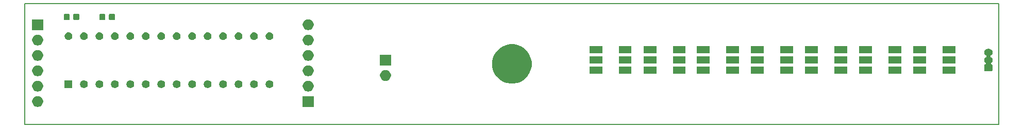
<source format=gbr>
%TF.GenerationSoftware,KiCad,Pcbnew,(5.1.5)-2*%
%TF.CreationDate,2019-12-04T23:20:31-05:00*%
%TF.ProjectId,fan pcb,66616e20-7063-4622-9e6b-696361645f70,rev?*%
%TF.SameCoordinates,Original*%
%TF.FileFunction,Soldermask,Top*%
%TF.FilePolarity,Negative*%
%FSLAX46Y46*%
G04 Gerber Fmt 4.6, Leading zero omitted, Abs format (unit mm)*
G04 Created by KiCad (PCBNEW (5.1.5)-2) date 2019-12-04 23:20:31*
%MOMM*%
%LPD*%
G04 APERTURE LIST*
%ADD10C,0.200000*%
%ADD11C,0.100000*%
G04 APERTURE END LIST*
D10*
X210000000Y-30000000D02*
X210000000Y-50000000D01*
X50000000Y-30000000D02*
X210000000Y-30000000D01*
X50000000Y-50000000D02*
X50000000Y-30000000D01*
X210000000Y-50000000D02*
X50000000Y-50000000D01*
D11*
G36*
X97421000Y-47121000D02*
G01*
X95619000Y-47121000D01*
X95619000Y-45319000D01*
X97421000Y-45319000D01*
X97421000Y-47121000D01*
G37*
G36*
X52183512Y-45323927D02*
G01*
X52332812Y-45353624D01*
X52496784Y-45421544D01*
X52644354Y-45520147D01*
X52769853Y-45645646D01*
X52868456Y-45793216D01*
X52936376Y-45957188D01*
X52971000Y-46131259D01*
X52971000Y-46308741D01*
X52936376Y-46482812D01*
X52868456Y-46646784D01*
X52769853Y-46794354D01*
X52644354Y-46919853D01*
X52496784Y-47018456D01*
X52332812Y-47086376D01*
X52183512Y-47116073D01*
X52158742Y-47121000D01*
X51981258Y-47121000D01*
X51956488Y-47116073D01*
X51807188Y-47086376D01*
X51643216Y-47018456D01*
X51495646Y-46919853D01*
X51370147Y-46794354D01*
X51271544Y-46646784D01*
X51203624Y-46482812D01*
X51169000Y-46308741D01*
X51169000Y-46131259D01*
X51203624Y-45957188D01*
X51271544Y-45793216D01*
X51370147Y-45645646D01*
X51495646Y-45520147D01*
X51643216Y-45421544D01*
X51807188Y-45353624D01*
X51956488Y-45323927D01*
X51981258Y-45319000D01*
X52158742Y-45319000D01*
X52183512Y-45323927D01*
G37*
G36*
X52165066Y-42780258D02*
G01*
X52332812Y-42813624D01*
X52496784Y-42881544D01*
X52644354Y-42980147D01*
X52769853Y-43105646D01*
X52868456Y-43253216D01*
X52936376Y-43417188D01*
X52971000Y-43591259D01*
X52971000Y-43768741D01*
X52936376Y-43942812D01*
X52868456Y-44106784D01*
X52769853Y-44254354D01*
X52644354Y-44379853D01*
X52496784Y-44478456D01*
X52332812Y-44546376D01*
X52183512Y-44576073D01*
X52158742Y-44581000D01*
X51981258Y-44581000D01*
X51956488Y-44576073D01*
X51807188Y-44546376D01*
X51643216Y-44478456D01*
X51495646Y-44379853D01*
X51370147Y-44254354D01*
X51271544Y-44106784D01*
X51203624Y-43942812D01*
X51169000Y-43768741D01*
X51169000Y-43591259D01*
X51203624Y-43417188D01*
X51271544Y-43253216D01*
X51370147Y-43105646D01*
X51495646Y-42980147D01*
X51643216Y-42881544D01*
X51807188Y-42813624D01*
X51974934Y-42780258D01*
X51981258Y-42779000D01*
X52158742Y-42779000D01*
X52165066Y-42780258D01*
G37*
G36*
X96615066Y-42780258D02*
G01*
X96782812Y-42813624D01*
X96946784Y-42881544D01*
X97094354Y-42980147D01*
X97219853Y-43105646D01*
X97318456Y-43253216D01*
X97386376Y-43417188D01*
X97421000Y-43591259D01*
X97421000Y-43768741D01*
X97386376Y-43942812D01*
X97318456Y-44106784D01*
X97219853Y-44254354D01*
X97094354Y-44379853D01*
X96946784Y-44478456D01*
X96782812Y-44546376D01*
X96633512Y-44576073D01*
X96608742Y-44581000D01*
X96431258Y-44581000D01*
X96406488Y-44576073D01*
X96257188Y-44546376D01*
X96093216Y-44478456D01*
X95945646Y-44379853D01*
X95820147Y-44254354D01*
X95721544Y-44106784D01*
X95653624Y-43942812D01*
X95619000Y-43768741D01*
X95619000Y-43591259D01*
X95653624Y-43417188D01*
X95721544Y-43253216D01*
X95820147Y-43105646D01*
X95945646Y-42980147D01*
X96093216Y-42881544D01*
X96257188Y-42813624D01*
X96424934Y-42780258D01*
X96431258Y-42779000D01*
X96608742Y-42779000D01*
X96615066Y-42780258D01*
G37*
G36*
X85273910Y-42732729D02*
G01*
X85388655Y-42780258D01*
X85491918Y-42849256D01*
X85579744Y-42937082D01*
X85648742Y-43040345D01*
X85696271Y-43155090D01*
X85720500Y-43276900D01*
X85720500Y-43401100D01*
X85696271Y-43522910D01*
X85648742Y-43637655D01*
X85579744Y-43740918D01*
X85491918Y-43828744D01*
X85388655Y-43897742D01*
X85273910Y-43945271D01*
X85152100Y-43969500D01*
X85027900Y-43969500D01*
X84906090Y-43945271D01*
X84791345Y-43897742D01*
X84688082Y-43828744D01*
X84600256Y-43740918D01*
X84531258Y-43637655D01*
X84483729Y-43522910D01*
X84459500Y-43401100D01*
X84459500Y-43276900D01*
X84483729Y-43155090D01*
X84531258Y-43040345D01*
X84600256Y-42937082D01*
X84688082Y-42849256D01*
X84791345Y-42780258D01*
X84906090Y-42732729D01*
X85027900Y-42708500D01*
X85152100Y-42708500D01*
X85273910Y-42732729D01*
G37*
G36*
X80193910Y-42732729D02*
G01*
X80308655Y-42780258D01*
X80411918Y-42849256D01*
X80499744Y-42937082D01*
X80568742Y-43040345D01*
X80616271Y-43155090D01*
X80640500Y-43276900D01*
X80640500Y-43401100D01*
X80616271Y-43522910D01*
X80568742Y-43637655D01*
X80499744Y-43740918D01*
X80411918Y-43828744D01*
X80308655Y-43897742D01*
X80193910Y-43945271D01*
X80072100Y-43969500D01*
X79947900Y-43969500D01*
X79826090Y-43945271D01*
X79711345Y-43897742D01*
X79608082Y-43828744D01*
X79520256Y-43740918D01*
X79451258Y-43637655D01*
X79403729Y-43522910D01*
X79379500Y-43401100D01*
X79379500Y-43276900D01*
X79403729Y-43155090D01*
X79451258Y-43040345D01*
X79520256Y-42937082D01*
X79608082Y-42849256D01*
X79711345Y-42780258D01*
X79826090Y-42732729D01*
X79947900Y-42708500D01*
X80072100Y-42708500D01*
X80193910Y-42732729D01*
G37*
G36*
X82733910Y-42732729D02*
G01*
X82848655Y-42780258D01*
X82951918Y-42849256D01*
X83039744Y-42937082D01*
X83108742Y-43040345D01*
X83156271Y-43155090D01*
X83180500Y-43276900D01*
X83180500Y-43401100D01*
X83156271Y-43522910D01*
X83108742Y-43637655D01*
X83039744Y-43740918D01*
X82951918Y-43828744D01*
X82848655Y-43897742D01*
X82733910Y-43945271D01*
X82612100Y-43969500D01*
X82487900Y-43969500D01*
X82366090Y-43945271D01*
X82251345Y-43897742D01*
X82148082Y-43828744D01*
X82060256Y-43740918D01*
X81991258Y-43637655D01*
X81943729Y-43522910D01*
X81919500Y-43401100D01*
X81919500Y-43276900D01*
X81943729Y-43155090D01*
X81991258Y-43040345D01*
X82060256Y-42937082D01*
X82148082Y-42849256D01*
X82251345Y-42780258D01*
X82366090Y-42732729D01*
X82487900Y-42708500D01*
X82612100Y-42708500D01*
X82733910Y-42732729D01*
G37*
G36*
X87813910Y-42732729D02*
G01*
X87928655Y-42780258D01*
X88031918Y-42849256D01*
X88119744Y-42937082D01*
X88188742Y-43040345D01*
X88236271Y-43155090D01*
X88260500Y-43276900D01*
X88260500Y-43401100D01*
X88236271Y-43522910D01*
X88188742Y-43637655D01*
X88119744Y-43740918D01*
X88031918Y-43828744D01*
X87928655Y-43897742D01*
X87813910Y-43945271D01*
X87692100Y-43969500D01*
X87567900Y-43969500D01*
X87446090Y-43945271D01*
X87331345Y-43897742D01*
X87228082Y-43828744D01*
X87140256Y-43740918D01*
X87071258Y-43637655D01*
X87023729Y-43522910D01*
X86999500Y-43401100D01*
X86999500Y-43276900D01*
X87023729Y-43155090D01*
X87071258Y-43040345D01*
X87140256Y-42937082D01*
X87228082Y-42849256D01*
X87331345Y-42780258D01*
X87446090Y-42732729D01*
X87567900Y-42708500D01*
X87692100Y-42708500D01*
X87813910Y-42732729D01*
G37*
G36*
X90353910Y-42732729D02*
G01*
X90468655Y-42780258D01*
X90571918Y-42849256D01*
X90659744Y-42937082D01*
X90728742Y-43040345D01*
X90776271Y-43155090D01*
X90800500Y-43276900D01*
X90800500Y-43401100D01*
X90776271Y-43522910D01*
X90728742Y-43637655D01*
X90659744Y-43740918D01*
X90571918Y-43828744D01*
X90468655Y-43897742D01*
X90353910Y-43945271D01*
X90232100Y-43969500D01*
X90107900Y-43969500D01*
X89986090Y-43945271D01*
X89871345Y-43897742D01*
X89768082Y-43828744D01*
X89680256Y-43740918D01*
X89611258Y-43637655D01*
X89563729Y-43522910D01*
X89539500Y-43401100D01*
X89539500Y-43276900D01*
X89563729Y-43155090D01*
X89611258Y-43040345D01*
X89680256Y-42937082D01*
X89768082Y-42849256D01*
X89871345Y-42780258D01*
X89986090Y-42732729D01*
X90107900Y-42708500D01*
X90232100Y-42708500D01*
X90353910Y-42732729D01*
G37*
G36*
X72573910Y-42732729D02*
G01*
X72688655Y-42780258D01*
X72791918Y-42849256D01*
X72879744Y-42937082D01*
X72948742Y-43040345D01*
X72996271Y-43155090D01*
X73020500Y-43276900D01*
X73020500Y-43401100D01*
X72996271Y-43522910D01*
X72948742Y-43637655D01*
X72879744Y-43740918D01*
X72791918Y-43828744D01*
X72688655Y-43897742D01*
X72573910Y-43945271D01*
X72452100Y-43969500D01*
X72327900Y-43969500D01*
X72206090Y-43945271D01*
X72091345Y-43897742D01*
X71988082Y-43828744D01*
X71900256Y-43740918D01*
X71831258Y-43637655D01*
X71783729Y-43522910D01*
X71759500Y-43401100D01*
X71759500Y-43276900D01*
X71783729Y-43155090D01*
X71831258Y-43040345D01*
X71900256Y-42937082D01*
X71988082Y-42849256D01*
X72091345Y-42780258D01*
X72206090Y-42732729D01*
X72327900Y-42708500D01*
X72452100Y-42708500D01*
X72573910Y-42732729D01*
G37*
G36*
X70033910Y-42732729D02*
G01*
X70148655Y-42780258D01*
X70251918Y-42849256D01*
X70339744Y-42937082D01*
X70408742Y-43040345D01*
X70456271Y-43155090D01*
X70480500Y-43276900D01*
X70480500Y-43401100D01*
X70456271Y-43522910D01*
X70408742Y-43637655D01*
X70339744Y-43740918D01*
X70251918Y-43828744D01*
X70148655Y-43897742D01*
X70033910Y-43945271D01*
X69912100Y-43969500D01*
X69787900Y-43969500D01*
X69666090Y-43945271D01*
X69551345Y-43897742D01*
X69448082Y-43828744D01*
X69360256Y-43740918D01*
X69291258Y-43637655D01*
X69243729Y-43522910D01*
X69219500Y-43401100D01*
X69219500Y-43276900D01*
X69243729Y-43155090D01*
X69291258Y-43040345D01*
X69360256Y-42937082D01*
X69448082Y-42849256D01*
X69551345Y-42780258D01*
X69666090Y-42732729D01*
X69787900Y-42708500D01*
X69912100Y-42708500D01*
X70033910Y-42732729D01*
G37*
G36*
X77653910Y-42732729D02*
G01*
X77768655Y-42780258D01*
X77871918Y-42849256D01*
X77959744Y-42937082D01*
X78028742Y-43040345D01*
X78076271Y-43155090D01*
X78100500Y-43276900D01*
X78100500Y-43401100D01*
X78076271Y-43522910D01*
X78028742Y-43637655D01*
X77959744Y-43740918D01*
X77871918Y-43828744D01*
X77768655Y-43897742D01*
X77653910Y-43945271D01*
X77532100Y-43969500D01*
X77407900Y-43969500D01*
X77286090Y-43945271D01*
X77171345Y-43897742D01*
X77068082Y-43828744D01*
X76980256Y-43740918D01*
X76911258Y-43637655D01*
X76863729Y-43522910D01*
X76839500Y-43401100D01*
X76839500Y-43276900D01*
X76863729Y-43155090D01*
X76911258Y-43040345D01*
X76980256Y-42937082D01*
X77068082Y-42849256D01*
X77171345Y-42780258D01*
X77286090Y-42732729D01*
X77407900Y-42708500D01*
X77532100Y-42708500D01*
X77653910Y-42732729D01*
G37*
G36*
X62413910Y-42732729D02*
G01*
X62528655Y-42780258D01*
X62631918Y-42849256D01*
X62719744Y-42937082D01*
X62788742Y-43040345D01*
X62836271Y-43155090D01*
X62860500Y-43276900D01*
X62860500Y-43401100D01*
X62836271Y-43522910D01*
X62788742Y-43637655D01*
X62719744Y-43740918D01*
X62631918Y-43828744D01*
X62528655Y-43897742D01*
X62413910Y-43945271D01*
X62292100Y-43969500D01*
X62167900Y-43969500D01*
X62046090Y-43945271D01*
X61931345Y-43897742D01*
X61828082Y-43828744D01*
X61740256Y-43740918D01*
X61671258Y-43637655D01*
X61623729Y-43522910D01*
X61599500Y-43401100D01*
X61599500Y-43276900D01*
X61623729Y-43155090D01*
X61671258Y-43040345D01*
X61740256Y-42937082D01*
X61828082Y-42849256D01*
X61931345Y-42780258D01*
X62046090Y-42732729D01*
X62167900Y-42708500D01*
X62292100Y-42708500D01*
X62413910Y-42732729D01*
G37*
G36*
X59873910Y-42732729D02*
G01*
X59988655Y-42780258D01*
X60091918Y-42849256D01*
X60179744Y-42937082D01*
X60248742Y-43040345D01*
X60296271Y-43155090D01*
X60320500Y-43276900D01*
X60320500Y-43401100D01*
X60296271Y-43522910D01*
X60248742Y-43637655D01*
X60179744Y-43740918D01*
X60091918Y-43828744D01*
X59988655Y-43897742D01*
X59873910Y-43945271D01*
X59752100Y-43969500D01*
X59627900Y-43969500D01*
X59506090Y-43945271D01*
X59391345Y-43897742D01*
X59288082Y-43828744D01*
X59200256Y-43740918D01*
X59131258Y-43637655D01*
X59083729Y-43522910D01*
X59059500Y-43401100D01*
X59059500Y-43276900D01*
X59083729Y-43155090D01*
X59131258Y-43040345D01*
X59200256Y-42937082D01*
X59288082Y-42849256D01*
X59391345Y-42780258D01*
X59506090Y-42732729D01*
X59627900Y-42708500D01*
X59752100Y-42708500D01*
X59873910Y-42732729D01*
G37*
G36*
X64953910Y-42732729D02*
G01*
X65068655Y-42780258D01*
X65171918Y-42849256D01*
X65259744Y-42937082D01*
X65328742Y-43040345D01*
X65376271Y-43155090D01*
X65400500Y-43276900D01*
X65400500Y-43401100D01*
X65376271Y-43522910D01*
X65328742Y-43637655D01*
X65259744Y-43740918D01*
X65171918Y-43828744D01*
X65068655Y-43897742D01*
X64953910Y-43945271D01*
X64832100Y-43969500D01*
X64707900Y-43969500D01*
X64586090Y-43945271D01*
X64471345Y-43897742D01*
X64368082Y-43828744D01*
X64280256Y-43740918D01*
X64211258Y-43637655D01*
X64163729Y-43522910D01*
X64139500Y-43401100D01*
X64139500Y-43276900D01*
X64163729Y-43155090D01*
X64211258Y-43040345D01*
X64280256Y-42937082D01*
X64368082Y-42849256D01*
X64471345Y-42780258D01*
X64586090Y-42732729D01*
X64707900Y-42708500D01*
X64832100Y-42708500D01*
X64953910Y-42732729D01*
G37*
G36*
X57780500Y-43969500D02*
G01*
X56519500Y-43969500D01*
X56519500Y-42708500D01*
X57780500Y-42708500D01*
X57780500Y-43969500D01*
G37*
G36*
X75113910Y-42732729D02*
G01*
X75228655Y-42780258D01*
X75331918Y-42849256D01*
X75419744Y-42937082D01*
X75488742Y-43040345D01*
X75536271Y-43155090D01*
X75560500Y-43276900D01*
X75560500Y-43401100D01*
X75536271Y-43522910D01*
X75488742Y-43637655D01*
X75419744Y-43740918D01*
X75331918Y-43828744D01*
X75228655Y-43897742D01*
X75113910Y-43945271D01*
X74992100Y-43969500D01*
X74867900Y-43969500D01*
X74746090Y-43945271D01*
X74631345Y-43897742D01*
X74528082Y-43828744D01*
X74440256Y-43740918D01*
X74371258Y-43637655D01*
X74323729Y-43522910D01*
X74299500Y-43401100D01*
X74299500Y-43276900D01*
X74323729Y-43155090D01*
X74371258Y-43040345D01*
X74440256Y-42937082D01*
X74528082Y-42849256D01*
X74631345Y-42780258D01*
X74746090Y-42732729D01*
X74867900Y-42708500D01*
X74992100Y-42708500D01*
X75113910Y-42732729D01*
G37*
G36*
X67493910Y-42732729D02*
G01*
X67608655Y-42780258D01*
X67711918Y-42849256D01*
X67799744Y-42937082D01*
X67868742Y-43040345D01*
X67916271Y-43155090D01*
X67940500Y-43276900D01*
X67940500Y-43401100D01*
X67916271Y-43522910D01*
X67868742Y-43637655D01*
X67799744Y-43740918D01*
X67711918Y-43828744D01*
X67608655Y-43897742D01*
X67493910Y-43945271D01*
X67372100Y-43969500D01*
X67247900Y-43969500D01*
X67126090Y-43945271D01*
X67011345Y-43897742D01*
X66908082Y-43828744D01*
X66820256Y-43740918D01*
X66751258Y-43637655D01*
X66703729Y-43522910D01*
X66679500Y-43401100D01*
X66679500Y-43276900D01*
X66703729Y-43155090D01*
X66751258Y-43040345D01*
X66820256Y-42937082D01*
X66908082Y-42849256D01*
X67011345Y-42780258D01*
X67126090Y-42732729D01*
X67247900Y-42708500D01*
X67372100Y-42708500D01*
X67493910Y-42732729D01*
G37*
G36*
X130634239Y-36811467D02*
G01*
X130948282Y-36873934D01*
X131539926Y-37119001D01*
X132072392Y-37474784D01*
X132525216Y-37927608D01*
X132880999Y-38460074D01*
X133126066Y-39051718D01*
X133251000Y-39679804D01*
X133251000Y-40320196D01*
X133126066Y-40948282D01*
X132880999Y-41539926D01*
X132614709Y-41938456D01*
X132546192Y-42041000D01*
X132525216Y-42072392D01*
X132072392Y-42525216D01*
X131539926Y-42880999D01*
X130948282Y-43126066D01*
X130802368Y-43155090D01*
X130320197Y-43251000D01*
X129679803Y-43251000D01*
X129197632Y-43155090D01*
X129051718Y-43126066D01*
X128460074Y-42880999D01*
X127927608Y-42525216D01*
X127474784Y-42072392D01*
X127453809Y-42041000D01*
X127385291Y-41938456D01*
X127119001Y-41539926D01*
X126873934Y-40948282D01*
X126749000Y-40320196D01*
X126749000Y-39679804D01*
X126873934Y-39051718D01*
X127119001Y-38460074D01*
X127474784Y-37927608D01*
X127927608Y-37474784D01*
X128460074Y-37119001D01*
X129051718Y-36873934D01*
X129365761Y-36811467D01*
X129679803Y-36749000D01*
X130320197Y-36749000D01*
X130634239Y-36811467D01*
G37*
G36*
X109333512Y-41013927D02*
G01*
X109482812Y-41043624D01*
X109646784Y-41111544D01*
X109794354Y-41210147D01*
X109919853Y-41335646D01*
X110018456Y-41483216D01*
X110086376Y-41647188D01*
X110121000Y-41821259D01*
X110121000Y-41998741D01*
X110086376Y-42172812D01*
X110018456Y-42336784D01*
X109919853Y-42484354D01*
X109794354Y-42609853D01*
X109646784Y-42708456D01*
X109482812Y-42776376D01*
X109333512Y-42806073D01*
X109308742Y-42811000D01*
X109131258Y-42811000D01*
X109106488Y-42806073D01*
X108957188Y-42776376D01*
X108793216Y-42708456D01*
X108645646Y-42609853D01*
X108520147Y-42484354D01*
X108421544Y-42336784D01*
X108353624Y-42172812D01*
X108319000Y-41998741D01*
X108319000Y-41821259D01*
X108353624Y-41647188D01*
X108421544Y-41483216D01*
X108520147Y-41335646D01*
X108645646Y-41210147D01*
X108793216Y-41111544D01*
X108957188Y-41043624D01*
X109106488Y-41013927D01*
X109131258Y-41009000D01*
X109308742Y-41009000D01*
X109333512Y-41013927D01*
G37*
G36*
X96633512Y-40243927D02*
G01*
X96782812Y-40273624D01*
X96946784Y-40341544D01*
X97094354Y-40440147D01*
X97219853Y-40565646D01*
X97318456Y-40713216D01*
X97386376Y-40877188D01*
X97421000Y-41051259D01*
X97421000Y-41228741D01*
X97386376Y-41402812D01*
X97318456Y-41566784D01*
X97219853Y-41714354D01*
X97094354Y-41839853D01*
X96946784Y-41938456D01*
X96782812Y-42006376D01*
X96633512Y-42036073D01*
X96608742Y-42041000D01*
X96431258Y-42041000D01*
X96406488Y-42036073D01*
X96257188Y-42006376D01*
X96093216Y-41938456D01*
X95945646Y-41839853D01*
X95820147Y-41714354D01*
X95721544Y-41566784D01*
X95653624Y-41402812D01*
X95619000Y-41228741D01*
X95619000Y-41051259D01*
X95653624Y-40877188D01*
X95721544Y-40713216D01*
X95820147Y-40565646D01*
X95945646Y-40440147D01*
X96093216Y-40341544D01*
X96257188Y-40273624D01*
X96406488Y-40243927D01*
X96431258Y-40239000D01*
X96608742Y-40239000D01*
X96633512Y-40243927D01*
G37*
G36*
X52183512Y-40243927D02*
G01*
X52332812Y-40273624D01*
X52496784Y-40341544D01*
X52644354Y-40440147D01*
X52769853Y-40565646D01*
X52868456Y-40713216D01*
X52936376Y-40877188D01*
X52971000Y-41051259D01*
X52971000Y-41228741D01*
X52936376Y-41402812D01*
X52868456Y-41566784D01*
X52769853Y-41714354D01*
X52644354Y-41839853D01*
X52496784Y-41938456D01*
X52332812Y-42006376D01*
X52183512Y-42036073D01*
X52158742Y-42041000D01*
X51981258Y-42041000D01*
X51956488Y-42036073D01*
X51807188Y-42006376D01*
X51643216Y-41938456D01*
X51495646Y-41839853D01*
X51370147Y-41714354D01*
X51271544Y-41566784D01*
X51203624Y-41402812D01*
X51169000Y-41228741D01*
X51169000Y-41051259D01*
X51203624Y-40877188D01*
X51271544Y-40713216D01*
X51370147Y-40565646D01*
X51495646Y-40440147D01*
X51643216Y-40341544D01*
X51807188Y-40273624D01*
X51956488Y-40243927D01*
X51981258Y-40239000D01*
X52158742Y-40239000D01*
X52183512Y-40243927D01*
G37*
G36*
X144841000Y-41671000D02*
G01*
X142739000Y-41671000D01*
X142739000Y-40469000D01*
X144841000Y-40469000D01*
X144841000Y-41671000D01*
G37*
G36*
X153731000Y-41671000D02*
G01*
X151629000Y-41671000D01*
X151629000Y-40469000D01*
X153731000Y-40469000D01*
X153731000Y-41671000D01*
G37*
G36*
X198041000Y-41671000D02*
G01*
X195939000Y-41671000D01*
X195939000Y-40469000D01*
X198041000Y-40469000D01*
X198041000Y-41671000D01*
G37*
G36*
X185061000Y-41671000D02*
G01*
X182959000Y-41671000D01*
X182959000Y-40469000D01*
X185061000Y-40469000D01*
X185061000Y-41671000D01*
G37*
G36*
X180261000Y-41671000D02*
G01*
X178159000Y-41671000D01*
X178159000Y-40469000D01*
X180261000Y-40469000D01*
X180261000Y-41671000D01*
G37*
G36*
X176171000Y-41671000D02*
G01*
X174069000Y-41671000D01*
X174069000Y-40469000D01*
X176171000Y-40469000D01*
X176171000Y-41671000D01*
G37*
G36*
X171371000Y-41671000D02*
G01*
X169269000Y-41671000D01*
X169269000Y-40469000D01*
X171371000Y-40469000D01*
X171371000Y-41671000D01*
G37*
G36*
X189151000Y-41671000D02*
G01*
X187049000Y-41671000D01*
X187049000Y-40469000D01*
X189151000Y-40469000D01*
X189151000Y-41671000D01*
G37*
G36*
X167281000Y-41671000D02*
G01*
X165179000Y-41671000D01*
X165179000Y-40469000D01*
X167281000Y-40469000D01*
X167281000Y-41671000D01*
G37*
G36*
X162481000Y-41671000D02*
G01*
X160379000Y-41671000D01*
X160379000Y-40469000D01*
X162481000Y-40469000D01*
X162481000Y-41671000D01*
G37*
G36*
X158531000Y-41671000D02*
G01*
X156429000Y-41671000D01*
X156429000Y-40469000D01*
X158531000Y-40469000D01*
X158531000Y-41671000D01*
G37*
G36*
X202841000Y-41671000D02*
G01*
X200739000Y-41671000D01*
X200739000Y-40469000D01*
X202841000Y-40469000D01*
X202841000Y-41671000D01*
G37*
G36*
X193951000Y-41671000D02*
G01*
X191849000Y-41671000D01*
X191849000Y-40469000D01*
X193951000Y-40469000D01*
X193951000Y-41671000D01*
G37*
G36*
X149641000Y-41671000D02*
G01*
X147539000Y-41671000D01*
X147539000Y-40469000D01*
X149641000Y-40469000D01*
X149641000Y-41671000D01*
G37*
G36*
X208517916Y-37532334D02*
G01*
X208626492Y-37565271D01*
X208626495Y-37565272D01*
X208662601Y-37584571D01*
X208726557Y-37618756D01*
X208814264Y-37690736D01*
X208886244Y-37778443D01*
X208920429Y-37842399D01*
X208939728Y-37878505D01*
X208939729Y-37878508D01*
X208972666Y-37987084D01*
X208983787Y-38100000D01*
X208972666Y-38212916D01*
X208939729Y-38321492D01*
X208939728Y-38321495D01*
X208931339Y-38337189D01*
X208886244Y-38421557D01*
X208814264Y-38509264D01*
X208726557Y-38581244D01*
X208645141Y-38624761D01*
X208624766Y-38638375D01*
X208607439Y-38655702D01*
X208593826Y-38676076D01*
X208584448Y-38698715D01*
X208579668Y-38722748D01*
X208579668Y-38747252D01*
X208584448Y-38771285D01*
X208593826Y-38793924D01*
X208607440Y-38814299D01*
X208624767Y-38831626D01*
X208645141Y-38845239D01*
X208726557Y-38888756D01*
X208814264Y-38960736D01*
X208886244Y-39048443D01*
X208920429Y-39112399D01*
X208939728Y-39148505D01*
X208939729Y-39148508D01*
X208972666Y-39257084D01*
X208983787Y-39370000D01*
X208972666Y-39482916D01*
X208939729Y-39591492D01*
X208939728Y-39591495D01*
X208920429Y-39627601D01*
X208886244Y-39691557D01*
X208814264Y-39779264D01*
X208732608Y-39846278D01*
X208715284Y-39863602D01*
X208701671Y-39883976D01*
X208692293Y-39906615D01*
X208687513Y-39930648D01*
X208687513Y-39955152D01*
X208692294Y-39979186D01*
X208701671Y-40001825D01*
X208715285Y-40022199D01*
X208732612Y-40039526D01*
X208752986Y-40053139D01*
X208775625Y-40062517D01*
X208799661Y-40067297D01*
X208812915Y-40068602D01*
X208851952Y-40080444D01*
X208887921Y-40099670D01*
X208919453Y-40125547D01*
X208945330Y-40157079D01*
X208964556Y-40193048D01*
X208976398Y-40232085D01*
X208981000Y-40278814D01*
X208981000Y-41001186D01*
X208976398Y-41047915D01*
X208964556Y-41086952D01*
X208945330Y-41122921D01*
X208919453Y-41154453D01*
X208887921Y-41180330D01*
X208851952Y-41199556D01*
X208812915Y-41211398D01*
X208766186Y-41216000D01*
X207793814Y-41216000D01*
X207747085Y-41211398D01*
X207708048Y-41199556D01*
X207672079Y-41180330D01*
X207640547Y-41154453D01*
X207614670Y-41122921D01*
X207595444Y-41086952D01*
X207583602Y-41047915D01*
X207579000Y-41001186D01*
X207579000Y-40278814D01*
X207583602Y-40232085D01*
X207595444Y-40193048D01*
X207614670Y-40157079D01*
X207640547Y-40125547D01*
X207672079Y-40099670D01*
X207708048Y-40080444D01*
X207747085Y-40068602D01*
X207760339Y-40067297D01*
X207784372Y-40062517D01*
X207807011Y-40053141D01*
X207827386Y-40039527D01*
X207844714Y-40022201D01*
X207858328Y-40001827D01*
X207867706Y-39979188D01*
X207872487Y-39955155D01*
X207872487Y-39930651D01*
X207867707Y-39906618D01*
X207858331Y-39883979D01*
X207844717Y-39863604D01*
X207827392Y-39846278D01*
X207745736Y-39779264D01*
X207673756Y-39691557D01*
X207639571Y-39627601D01*
X207620272Y-39591495D01*
X207620271Y-39591492D01*
X207587334Y-39482916D01*
X207576213Y-39370000D01*
X207587334Y-39257084D01*
X207620271Y-39148508D01*
X207620272Y-39148505D01*
X207639571Y-39112399D01*
X207673756Y-39048443D01*
X207745736Y-38960736D01*
X207833443Y-38888756D01*
X207914859Y-38845239D01*
X207935234Y-38831625D01*
X207952561Y-38814298D01*
X207966174Y-38793924D01*
X207975552Y-38771285D01*
X207980332Y-38747252D01*
X207980332Y-38722748D01*
X207975552Y-38698715D01*
X207966174Y-38676076D01*
X207952560Y-38655701D01*
X207935233Y-38638374D01*
X207914859Y-38624761D01*
X207833443Y-38581244D01*
X207745736Y-38509264D01*
X207673756Y-38421557D01*
X207628661Y-38337189D01*
X207620272Y-38321495D01*
X207620271Y-38321492D01*
X207587334Y-38212916D01*
X207576213Y-38100000D01*
X207587334Y-37987084D01*
X207620271Y-37878508D01*
X207620272Y-37878505D01*
X207639571Y-37842399D01*
X207673756Y-37778443D01*
X207745736Y-37690736D01*
X207833443Y-37618756D01*
X207897399Y-37584571D01*
X207933505Y-37565272D01*
X207933508Y-37565271D01*
X208042084Y-37532334D01*
X208126702Y-37524000D01*
X208433298Y-37524000D01*
X208517916Y-37532334D01*
G37*
G36*
X110121000Y-40271000D02*
G01*
X108319000Y-40271000D01*
X108319000Y-38469000D01*
X110121000Y-38469000D01*
X110121000Y-40271000D01*
G37*
G36*
X176171000Y-39971000D02*
G01*
X174069000Y-39971000D01*
X174069000Y-38769000D01*
X176171000Y-38769000D01*
X176171000Y-39971000D01*
G37*
G36*
X167281000Y-39971000D02*
G01*
X165179000Y-39971000D01*
X165179000Y-38769000D01*
X167281000Y-38769000D01*
X167281000Y-39971000D01*
G37*
G36*
X180261000Y-39971000D02*
G01*
X178159000Y-39971000D01*
X178159000Y-38769000D01*
X180261000Y-38769000D01*
X180261000Y-39971000D01*
G37*
G36*
X162481000Y-39971000D02*
G01*
X160379000Y-39971000D01*
X160379000Y-38769000D01*
X162481000Y-38769000D01*
X162481000Y-39971000D01*
G37*
G36*
X144841000Y-39971000D02*
G01*
X142739000Y-39971000D01*
X142739000Y-38769000D01*
X144841000Y-38769000D01*
X144841000Y-39971000D01*
G37*
G36*
X149641000Y-39971000D02*
G01*
X147539000Y-39971000D01*
X147539000Y-38769000D01*
X149641000Y-38769000D01*
X149641000Y-39971000D01*
G37*
G36*
X153731000Y-39971000D02*
G01*
X151629000Y-39971000D01*
X151629000Y-38769000D01*
X153731000Y-38769000D01*
X153731000Y-39971000D01*
G37*
G36*
X193951000Y-39971000D02*
G01*
X191849000Y-39971000D01*
X191849000Y-38769000D01*
X193951000Y-38769000D01*
X193951000Y-39971000D01*
G37*
G36*
X198041000Y-39971000D02*
G01*
X195939000Y-39971000D01*
X195939000Y-38769000D01*
X198041000Y-38769000D01*
X198041000Y-39971000D01*
G37*
G36*
X185061000Y-39971000D02*
G01*
X182959000Y-39971000D01*
X182959000Y-38769000D01*
X185061000Y-38769000D01*
X185061000Y-39971000D01*
G37*
G36*
X171371000Y-39971000D02*
G01*
X169269000Y-39971000D01*
X169269000Y-38769000D01*
X171371000Y-38769000D01*
X171371000Y-39971000D01*
G37*
G36*
X202841000Y-39971000D02*
G01*
X200739000Y-39971000D01*
X200739000Y-38769000D01*
X202841000Y-38769000D01*
X202841000Y-39971000D01*
G37*
G36*
X189151000Y-39971000D02*
G01*
X187049000Y-39971000D01*
X187049000Y-38769000D01*
X189151000Y-38769000D01*
X189151000Y-39971000D01*
G37*
G36*
X158531000Y-39971000D02*
G01*
X156429000Y-39971000D01*
X156429000Y-38769000D01*
X158531000Y-38769000D01*
X158531000Y-39971000D01*
G37*
G36*
X52183512Y-37703927D02*
G01*
X52332812Y-37733624D01*
X52496784Y-37801544D01*
X52644354Y-37900147D01*
X52769853Y-38025646D01*
X52868456Y-38173216D01*
X52936376Y-38337188D01*
X52971000Y-38511259D01*
X52971000Y-38688741D01*
X52936376Y-38862812D01*
X52868456Y-39026784D01*
X52769853Y-39174354D01*
X52644354Y-39299853D01*
X52496784Y-39398456D01*
X52332812Y-39466376D01*
X52183512Y-39496073D01*
X52158742Y-39501000D01*
X51981258Y-39501000D01*
X51956488Y-39496073D01*
X51807188Y-39466376D01*
X51643216Y-39398456D01*
X51495646Y-39299853D01*
X51370147Y-39174354D01*
X51271544Y-39026784D01*
X51203624Y-38862812D01*
X51169000Y-38688741D01*
X51169000Y-38511259D01*
X51203624Y-38337188D01*
X51271544Y-38173216D01*
X51370147Y-38025646D01*
X51495646Y-37900147D01*
X51643216Y-37801544D01*
X51807188Y-37733624D01*
X51956488Y-37703927D01*
X51981258Y-37699000D01*
X52158742Y-37699000D01*
X52183512Y-37703927D01*
G37*
G36*
X96633512Y-37703927D02*
G01*
X96782812Y-37733624D01*
X96946784Y-37801544D01*
X97094354Y-37900147D01*
X97219853Y-38025646D01*
X97318456Y-38173216D01*
X97386376Y-38337188D01*
X97421000Y-38511259D01*
X97421000Y-38688741D01*
X97386376Y-38862812D01*
X97318456Y-39026784D01*
X97219853Y-39174354D01*
X97094354Y-39299853D01*
X96946784Y-39398456D01*
X96782812Y-39466376D01*
X96633512Y-39496073D01*
X96608742Y-39501000D01*
X96431258Y-39501000D01*
X96406488Y-39496073D01*
X96257188Y-39466376D01*
X96093216Y-39398456D01*
X95945646Y-39299853D01*
X95820147Y-39174354D01*
X95721544Y-39026784D01*
X95653624Y-38862812D01*
X95619000Y-38688741D01*
X95619000Y-38511259D01*
X95653624Y-38337188D01*
X95721544Y-38173216D01*
X95820147Y-38025646D01*
X95945646Y-37900147D01*
X96093216Y-37801544D01*
X96257188Y-37733624D01*
X96406488Y-37703927D01*
X96431258Y-37699000D01*
X96608742Y-37699000D01*
X96633512Y-37703927D01*
G37*
G36*
X185061000Y-38271000D02*
G01*
X182959000Y-38271000D01*
X182959000Y-37069000D01*
X185061000Y-37069000D01*
X185061000Y-38271000D01*
G37*
G36*
X180261000Y-38271000D02*
G01*
X178159000Y-38271000D01*
X178159000Y-37069000D01*
X180261000Y-37069000D01*
X180261000Y-38271000D01*
G37*
G36*
X176171000Y-38271000D02*
G01*
X174069000Y-38271000D01*
X174069000Y-37069000D01*
X176171000Y-37069000D01*
X176171000Y-38271000D01*
G37*
G36*
X189151000Y-38271000D02*
G01*
X187049000Y-38271000D01*
X187049000Y-37069000D01*
X189151000Y-37069000D01*
X189151000Y-38271000D01*
G37*
G36*
X171371000Y-38271000D02*
G01*
X169269000Y-38271000D01*
X169269000Y-37069000D01*
X171371000Y-37069000D01*
X171371000Y-38271000D01*
G37*
G36*
X167281000Y-38271000D02*
G01*
X165179000Y-38271000D01*
X165179000Y-37069000D01*
X167281000Y-37069000D01*
X167281000Y-38271000D01*
G37*
G36*
X162481000Y-38271000D02*
G01*
X160379000Y-38271000D01*
X160379000Y-37069000D01*
X162481000Y-37069000D01*
X162481000Y-38271000D01*
G37*
G36*
X153731000Y-38271000D02*
G01*
X151629000Y-38271000D01*
X151629000Y-37069000D01*
X153731000Y-37069000D01*
X153731000Y-38271000D01*
G37*
G36*
X149641000Y-38271000D02*
G01*
X147539000Y-38271000D01*
X147539000Y-37069000D01*
X149641000Y-37069000D01*
X149641000Y-38271000D01*
G37*
G36*
X198041000Y-38271000D02*
G01*
X195939000Y-38271000D01*
X195939000Y-37069000D01*
X198041000Y-37069000D01*
X198041000Y-38271000D01*
G37*
G36*
X202841000Y-38271000D02*
G01*
X200739000Y-38271000D01*
X200739000Y-37069000D01*
X202841000Y-37069000D01*
X202841000Y-38271000D01*
G37*
G36*
X144841000Y-38271000D02*
G01*
X142739000Y-38271000D01*
X142739000Y-37069000D01*
X144841000Y-37069000D01*
X144841000Y-38271000D01*
G37*
G36*
X193951000Y-38271000D02*
G01*
X191849000Y-38271000D01*
X191849000Y-37069000D01*
X193951000Y-37069000D01*
X193951000Y-38271000D01*
G37*
G36*
X158531000Y-38271000D02*
G01*
X156429000Y-38271000D01*
X156429000Y-37069000D01*
X158531000Y-37069000D01*
X158531000Y-38271000D01*
G37*
G36*
X96633512Y-35163927D02*
G01*
X96782812Y-35193624D01*
X96946784Y-35261544D01*
X97094354Y-35360147D01*
X97219853Y-35485646D01*
X97318456Y-35633216D01*
X97386376Y-35797188D01*
X97421000Y-35971259D01*
X97421000Y-36148741D01*
X97386376Y-36322812D01*
X97318456Y-36486784D01*
X97219853Y-36634354D01*
X97094354Y-36759853D01*
X96946784Y-36858456D01*
X96782812Y-36926376D01*
X96633512Y-36956073D01*
X96608742Y-36961000D01*
X96431258Y-36961000D01*
X96406488Y-36956073D01*
X96257188Y-36926376D01*
X96093216Y-36858456D01*
X95945646Y-36759853D01*
X95820147Y-36634354D01*
X95721544Y-36486784D01*
X95653624Y-36322812D01*
X95619000Y-36148741D01*
X95619000Y-35971259D01*
X95653624Y-35797188D01*
X95721544Y-35633216D01*
X95820147Y-35485646D01*
X95945646Y-35360147D01*
X96093216Y-35261544D01*
X96257188Y-35193624D01*
X96406488Y-35163927D01*
X96431258Y-35159000D01*
X96608742Y-35159000D01*
X96633512Y-35163927D01*
G37*
G36*
X52183512Y-35163927D02*
G01*
X52332812Y-35193624D01*
X52496784Y-35261544D01*
X52644354Y-35360147D01*
X52769853Y-35485646D01*
X52868456Y-35633216D01*
X52936376Y-35797188D01*
X52971000Y-35971259D01*
X52971000Y-36148741D01*
X52936376Y-36322812D01*
X52868456Y-36486784D01*
X52769853Y-36634354D01*
X52644354Y-36759853D01*
X52496784Y-36858456D01*
X52332812Y-36926376D01*
X52183512Y-36956073D01*
X52158742Y-36961000D01*
X51981258Y-36961000D01*
X51956488Y-36956073D01*
X51807188Y-36926376D01*
X51643216Y-36858456D01*
X51495646Y-36759853D01*
X51370147Y-36634354D01*
X51271544Y-36486784D01*
X51203624Y-36322812D01*
X51169000Y-36148741D01*
X51169000Y-35971259D01*
X51203624Y-35797188D01*
X51271544Y-35633216D01*
X51370147Y-35485646D01*
X51495646Y-35360147D01*
X51643216Y-35261544D01*
X51807188Y-35193624D01*
X51956488Y-35163927D01*
X51981258Y-35159000D01*
X52158742Y-35159000D01*
X52183512Y-35163927D01*
G37*
G36*
X80193910Y-34794729D02*
G01*
X80308655Y-34842258D01*
X80411918Y-34911256D01*
X80499744Y-34999082D01*
X80568742Y-35102345D01*
X80616271Y-35217090D01*
X80640500Y-35338900D01*
X80640500Y-35463100D01*
X80616271Y-35584910D01*
X80568742Y-35699655D01*
X80499744Y-35802918D01*
X80411918Y-35890744D01*
X80308655Y-35959742D01*
X80193910Y-36007271D01*
X80072100Y-36031500D01*
X79947900Y-36031500D01*
X79826090Y-36007271D01*
X79711345Y-35959742D01*
X79608082Y-35890744D01*
X79520256Y-35802918D01*
X79451258Y-35699655D01*
X79403729Y-35584910D01*
X79379500Y-35463100D01*
X79379500Y-35338900D01*
X79403729Y-35217090D01*
X79451258Y-35102345D01*
X79520256Y-34999082D01*
X79608082Y-34911256D01*
X79711345Y-34842258D01*
X79826090Y-34794729D01*
X79947900Y-34770500D01*
X80072100Y-34770500D01*
X80193910Y-34794729D01*
G37*
G36*
X57333910Y-34794729D02*
G01*
X57448655Y-34842258D01*
X57551918Y-34911256D01*
X57639744Y-34999082D01*
X57708742Y-35102345D01*
X57756271Y-35217090D01*
X57780500Y-35338900D01*
X57780500Y-35463100D01*
X57756271Y-35584910D01*
X57708742Y-35699655D01*
X57639744Y-35802918D01*
X57551918Y-35890744D01*
X57448655Y-35959742D01*
X57333910Y-36007271D01*
X57212100Y-36031500D01*
X57087900Y-36031500D01*
X56966090Y-36007271D01*
X56851345Y-35959742D01*
X56748082Y-35890744D01*
X56660256Y-35802918D01*
X56591258Y-35699655D01*
X56543729Y-35584910D01*
X56519500Y-35463100D01*
X56519500Y-35338900D01*
X56543729Y-35217090D01*
X56591258Y-35102345D01*
X56660256Y-34999082D01*
X56748082Y-34911256D01*
X56851345Y-34842258D01*
X56966090Y-34794729D01*
X57087900Y-34770500D01*
X57212100Y-34770500D01*
X57333910Y-34794729D01*
G37*
G36*
X62413910Y-34794729D02*
G01*
X62528655Y-34842258D01*
X62631918Y-34911256D01*
X62719744Y-34999082D01*
X62788742Y-35102345D01*
X62836271Y-35217090D01*
X62860500Y-35338900D01*
X62860500Y-35463100D01*
X62836271Y-35584910D01*
X62788742Y-35699655D01*
X62719744Y-35802918D01*
X62631918Y-35890744D01*
X62528655Y-35959742D01*
X62413910Y-36007271D01*
X62292100Y-36031500D01*
X62167900Y-36031500D01*
X62046090Y-36007271D01*
X61931345Y-35959742D01*
X61828082Y-35890744D01*
X61740256Y-35802918D01*
X61671258Y-35699655D01*
X61623729Y-35584910D01*
X61599500Y-35463100D01*
X61599500Y-35338900D01*
X61623729Y-35217090D01*
X61671258Y-35102345D01*
X61740256Y-34999082D01*
X61828082Y-34911256D01*
X61931345Y-34842258D01*
X62046090Y-34794729D01*
X62167900Y-34770500D01*
X62292100Y-34770500D01*
X62413910Y-34794729D01*
G37*
G36*
X64953910Y-34794729D02*
G01*
X65068655Y-34842258D01*
X65171918Y-34911256D01*
X65259744Y-34999082D01*
X65328742Y-35102345D01*
X65376271Y-35217090D01*
X65400500Y-35338900D01*
X65400500Y-35463100D01*
X65376271Y-35584910D01*
X65328742Y-35699655D01*
X65259744Y-35802918D01*
X65171918Y-35890744D01*
X65068655Y-35959742D01*
X64953910Y-36007271D01*
X64832100Y-36031500D01*
X64707900Y-36031500D01*
X64586090Y-36007271D01*
X64471345Y-35959742D01*
X64368082Y-35890744D01*
X64280256Y-35802918D01*
X64211258Y-35699655D01*
X64163729Y-35584910D01*
X64139500Y-35463100D01*
X64139500Y-35338900D01*
X64163729Y-35217090D01*
X64211258Y-35102345D01*
X64280256Y-34999082D01*
X64368082Y-34911256D01*
X64471345Y-34842258D01*
X64586090Y-34794729D01*
X64707900Y-34770500D01*
X64832100Y-34770500D01*
X64953910Y-34794729D01*
G37*
G36*
X67493910Y-34794729D02*
G01*
X67608655Y-34842258D01*
X67711918Y-34911256D01*
X67799744Y-34999082D01*
X67868742Y-35102345D01*
X67916271Y-35217090D01*
X67940500Y-35338900D01*
X67940500Y-35463100D01*
X67916271Y-35584910D01*
X67868742Y-35699655D01*
X67799744Y-35802918D01*
X67711918Y-35890744D01*
X67608655Y-35959742D01*
X67493910Y-36007271D01*
X67372100Y-36031500D01*
X67247900Y-36031500D01*
X67126090Y-36007271D01*
X67011345Y-35959742D01*
X66908082Y-35890744D01*
X66820256Y-35802918D01*
X66751258Y-35699655D01*
X66703729Y-35584910D01*
X66679500Y-35463100D01*
X66679500Y-35338900D01*
X66703729Y-35217090D01*
X66751258Y-35102345D01*
X66820256Y-34999082D01*
X66908082Y-34911256D01*
X67011345Y-34842258D01*
X67126090Y-34794729D01*
X67247900Y-34770500D01*
X67372100Y-34770500D01*
X67493910Y-34794729D01*
G37*
G36*
X70033910Y-34794729D02*
G01*
X70148655Y-34842258D01*
X70251918Y-34911256D01*
X70339744Y-34999082D01*
X70408742Y-35102345D01*
X70456271Y-35217090D01*
X70480500Y-35338900D01*
X70480500Y-35463100D01*
X70456271Y-35584910D01*
X70408742Y-35699655D01*
X70339744Y-35802918D01*
X70251918Y-35890744D01*
X70148655Y-35959742D01*
X70033910Y-36007271D01*
X69912100Y-36031500D01*
X69787900Y-36031500D01*
X69666090Y-36007271D01*
X69551345Y-35959742D01*
X69448082Y-35890744D01*
X69360256Y-35802918D01*
X69291258Y-35699655D01*
X69243729Y-35584910D01*
X69219500Y-35463100D01*
X69219500Y-35338900D01*
X69243729Y-35217090D01*
X69291258Y-35102345D01*
X69360256Y-34999082D01*
X69448082Y-34911256D01*
X69551345Y-34842258D01*
X69666090Y-34794729D01*
X69787900Y-34770500D01*
X69912100Y-34770500D01*
X70033910Y-34794729D01*
G37*
G36*
X72573910Y-34794729D02*
G01*
X72688655Y-34842258D01*
X72791918Y-34911256D01*
X72879744Y-34999082D01*
X72948742Y-35102345D01*
X72996271Y-35217090D01*
X73020500Y-35338900D01*
X73020500Y-35463100D01*
X72996271Y-35584910D01*
X72948742Y-35699655D01*
X72879744Y-35802918D01*
X72791918Y-35890744D01*
X72688655Y-35959742D01*
X72573910Y-36007271D01*
X72452100Y-36031500D01*
X72327900Y-36031500D01*
X72206090Y-36007271D01*
X72091345Y-35959742D01*
X71988082Y-35890744D01*
X71900256Y-35802918D01*
X71831258Y-35699655D01*
X71783729Y-35584910D01*
X71759500Y-35463100D01*
X71759500Y-35338900D01*
X71783729Y-35217090D01*
X71831258Y-35102345D01*
X71900256Y-34999082D01*
X71988082Y-34911256D01*
X72091345Y-34842258D01*
X72206090Y-34794729D01*
X72327900Y-34770500D01*
X72452100Y-34770500D01*
X72573910Y-34794729D01*
G37*
G36*
X75113910Y-34794729D02*
G01*
X75228655Y-34842258D01*
X75331918Y-34911256D01*
X75419744Y-34999082D01*
X75488742Y-35102345D01*
X75536271Y-35217090D01*
X75560500Y-35338900D01*
X75560500Y-35463100D01*
X75536271Y-35584910D01*
X75488742Y-35699655D01*
X75419744Y-35802918D01*
X75331918Y-35890744D01*
X75228655Y-35959742D01*
X75113910Y-36007271D01*
X74992100Y-36031500D01*
X74867900Y-36031500D01*
X74746090Y-36007271D01*
X74631345Y-35959742D01*
X74528082Y-35890744D01*
X74440256Y-35802918D01*
X74371258Y-35699655D01*
X74323729Y-35584910D01*
X74299500Y-35463100D01*
X74299500Y-35338900D01*
X74323729Y-35217090D01*
X74371258Y-35102345D01*
X74440256Y-34999082D01*
X74528082Y-34911256D01*
X74631345Y-34842258D01*
X74746090Y-34794729D01*
X74867900Y-34770500D01*
X74992100Y-34770500D01*
X75113910Y-34794729D01*
G37*
G36*
X77653910Y-34794729D02*
G01*
X77768655Y-34842258D01*
X77871918Y-34911256D01*
X77959744Y-34999082D01*
X78028742Y-35102345D01*
X78076271Y-35217090D01*
X78100500Y-35338900D01*
X78100500Y-35463100D01*
X78076271Y-35584910D01*
X78028742Y-35699655D01*
X77959744Y-35802918D01*
X77871918Y-35890744D01*
X77768655Y-35959742D01*
X77653910Y-36007271D01*
X77532100Y-36031500D01*
X77407900Y-36031500D01*
X77286090Y-36007271D01*
X77171345Y-35959742D01*
X77068082Y-35890744D01*
X76980256Y-35802918D01*
X76911258Y-35699655D01*
X76863729Y-35584910D01*
X76839500Y-35463100D01*
X76839500Y-35338900D01*
X76863729Y-35217090D01*
X76911258Y-35102345D01*
X76980256Y-34999082D01*
X77068082Y-34911256D01*
X77171345Y-34842258D01*
X77286090Y-34794729D01*
X77407900Y-34770500D01*
X77532100Y-34770500D01*
X77653910Y-34794729D01*
G37*
G36*
X82733910Y-34794729D02*
G01*
X82848655Y-34842258D01*
X82951918Y-34911256D01*
X83039744Y-34999082D01*
X83108742Y-35102345D01*
X83156271Y-35217090D01*
X83180500Y-35338900D01*
X83180500Y-35463100D01*
X83156271Y-35584910D01*
X83108742Y-35699655D01*
X83039744Y-35802918D01*
X82951918Y-35890744D01*
X82848655Y-35959742D01*
X82733910Y-36007271D01*
X82612100Y-36031500D01*
X82487900Y-36031500D01*
X82366090Y-36007271D01*
X82251345Y-35959742D01*
X82148082Y-35890744D01*
X82060256Y-35802918D01*
X81991258Y-35699655D01*
X81943729Y-35584910D01*
X81919500Y-35463100D01*
X81919500Y-35338900D01*
X81943729Y-35217090D01*
X81991258Y-35102345D01*
X82060256Y-34999082D01*
X82148082Y-34911256D01*
X82251345Y-34842258D01*
X82366090Y-34794729D01*
X82487900Y-34770500D01*
X82612100Y-34770500D01*
X82733910Y-34794729D01*
G37*
G36*
X85273910Y-34794729D02*
G01*
X85388655Y-34842258D01*
X85491918Y-34911256D01*
X85579744Y-34999082D01*
X85648742Y-35102345D01*
X85696271Y-35217090D01*
X85720500Y-35338900D01*
X85720500Y-35463100D01*
X85696271Y-35584910D01*
X85648742Y-35699655D01*
X85579744Y-35802918D01*
X85491918Y-35890744D01*
X85388655Y-35959742D01*
X85273910Y-36007271D01*
X85152100Y-36031500D01*
X85027900Y-36031500D01*
X84906090Y-36007271D01*
X84791345Y-35959742D01*
X84688082Y-35890744D01*
X84600256Y-35802918D01*
X84531258Y-35699655D01*
X84483729Y-35584910D01*
X84459500Y-35463100D01*
X84459500Y-35338900D01*
X84483729Y-35217090D01*
X84531258Y-35102345D01*
X84600256Y-34999082D01*
X84688082Y-34911256D01*
X84791345Y-34842258D01*
X84906090Y-34794729D01*
X85027900Y-34770500D01*
X85152100Y-34770500D01*
X85273910Y-34794729D01*
G37*
G36*
X59873910Y-34794729D02*
G01*
X59988655Y-34842258D01*
X60091918Y-34911256D01*
X60179744Y-34999082D01*
X60248742Y-35102345D01*
X60296271Y-35217090D01*
X60320500Y-35338900D01*
X60320500Y-35463100D01*
X60296271Y-35584910D01*
X60248742Y-35699655D01*
X60179744Y-35802918D01*
X60091918Y-35890744D01*
X59988655Y-35959742D01*
X59873910Y-36007271D01*
X59752100Y-36031500D01*
X59627900Y-36031500D01*
X59506090Y-36007271D01*
X59391345Y-35959742D01*
X59288082Y-35890744D01*
X59200256Y-35802918D01*
X59131258Y-35699655D01*
X59083729Y-35584910D01*
X59059500Y-35463100D01*
X59059500Y-35338900D01*
X59083729Y-35217090D01*
X59131258Y-35102345D01*
X59200256Y-34999082D01*
X59288082Y-34911256D01*
X59391345Y-34842258D01*
X59506090Y-34794729D01*
X59627900Y-34770500D01*
X59752100Y-34770500D01*
X59873910Y-34794729D01*
G37*
G36*
X87813910Y-34794729D02*
G01*
X87928655Y-34842258D01*
X88031918Y-34911256D01*
X88119744Y-34999082D01*
X88188742Y-35102345D01*
X88236271Y-35217090D01*
X88260500Y-35338900D01*
X88260500Y-35463100D01*
X88236271Y-35584910D01*
X88188742Y-35699655D01*
X88119744Y-35802918D01*
X88031918Y-35890744D01*
X87928655Y-35959742D01*
X87813910Y-36007271D01*
X87692100Y-36031500D01*
X87567900Y-36031500D01*
X87446090Y-36007271D01*
X87331345Y-35959742D01*
X87228082Y-35890744D01*
X87140256Y-35802918D01*
X87071258Y-35699655D01*
X87023729Y-35584910D01*
X86999500Y-35463100D01*
X86999500Y-35338900D01*
X87023729Y-35217090D01*
X87071258Y-35102345D01*
X87140256Y-34999082D01*
X87228082Y-34911256D01*
X87331345Y-34842258D01*
X87446090Y-34794729D01*
X87567900Y-34770500D01*
X87692100Y-34770500D01*
X87813910Y-34794729D01*
G37*
G36*
X90353910Y-34794729D02*
G01*
X90468655Y-34842258D01*
X90571918Y-34911256D01*
X90659744Y-34999082D01*
X90728742Y-35102345D01*
X90776271Y-35217090D01*
X90800500Y-35338900D01*
X90800500Y-35463100D01*
X90776271Y-35584910D01*
X90728742Y-35699655D01*
X90659744Y-35802918D01*
X90571918Y-35890744D01*
X90468655Y-35959742D01*
X90353910Y-36007271D01*
X90232100Y-36031500D01*
X90107900Y-36031500D01*
X89986090Y-36007271D01*
X89871345Y-35959742D01*
X89768082Y-35890744D01*
X89680256Y-35802918D01*
X89611258Y-35699655D01*
X89563729Y-35584910D01*
X89539500Y-35463100D01*
X89539500Y-35338900D01*
X89563729Y-35217090D01*
X89611258Y-35102345D01*
X89680256Y-34999082D01*
X89768082Y-34911256D01*
X89871345Y-34842258D01*
X89986090Y-34794729D01*
X90107900Y-34770500D01*
X90232100Y-34770500D01*
X90353910Y-34794729D01*
G37*
G36*
X52971000Y-34421000D02*
G01*
X51169000Y-34421000D01*
X51169000Y-32619000D01*
X52971000Y-32619000D01*
X52971000Y-34421000D01*
G37*
G36*
X96633512Y-32623927D02*
G01*
X96782812Y-32653624D01*
X96946784Y-32721544D01*
X97094354Y-32820147D01*
X97219853Y-32945646D01*
X97318456Y-33093216D01*
X97386376Y-33257188D01*
X97421000Y-33431259D01*
X97421000Y-33608741D01*
X97386376Y-33782812D01*
X97318456Y-33946784D01*
X97219853Y-34094354D01*
X97094354Y-34219853D01*
X96946784Y-34318456D01*
X96782812Y-34386376D01*
X96633512Y-34416073D01*
X96608742Y-34421000D01*
X96431258Y-34421000D01*
X96406488Y-34416073D01*
X96257188Y-34386376D01*
X96093216Y-34318456D01*
X95945646Y-34219853D01*
X95820147Y-34094354D01*
X95721544Y-33946784D01*
X95653624Y-33782812D01*
X95619000Y-33608741D01*
X95619000Y-33431259D01*
X95653624Y-33257188D01*
X95721544Y-33093216D01*
X95820147Y-32945646D01*
X95945646Y-32820147D01*
X96093216Y-32721544D01*
X96257188Y-32653624D01*
X96406488Y-32623927D01*
X96431258Y-32619000D01*
X96608742Y-32619000D01*
X96633512Y-32623927D01*
G37*
G36*
X57187091Y-31728085D02*
G01*
X57221069Y-31738393D01*
X57252390Y-31755134D01*
X57279839Y-31777661D01*
X57302366Y-31805110D01*
X57319107Y-31836431D01*
X57329415Y-31870409D01*
X57333500Y-31911890D01*
X57333500Y-32588110D01*
X57329415Y-32629591D01*
X57319107Y-32663569D01*
X57302366Y-32694890D01*
X57279839Y-32722339D01*
X57252390Y-32744866D01*
X57221069Y-32761607D01*
X57187091Y-32771915D01*
X57145610Y-32776000D01*
X56544390Y-32776000D01*
X56502909Y-32771915D01*
X56468931Y-32761607D01*
X56437610Y-32744866D01*
X56410161Y-32722339D01*
X56387634Y-32694890D01*
X56370893Y-32663569D01*
X56360585Y-32629591D01*
X56356500Y-32588110D01*
X56356500Y-31911890D01*
X56360585Y-31870409D01*
X56370893Y-31836431D01*
X56387634Y-31805110D01*
X56410161Y-31777661D01*
X56437610Y-31755134D01*
X56468931Y-31738393D01*
X56502909Y-31728085D01*
X56544390Y-31724000D01*
X57145610Y-31724000D01*
X57187091Y-31728085D01*
G37*
G36*
X58762091Y-31728085D02*
G01*
X58796069Y-31738393D01*
X58827390Y-31755134D01*
X58854839Y-31777661D01*
X58877366Y-31805110D01*
X58894107Y-31836431D01*
X58904415Y-31870409D01*
X58908500Y-31911890D01*
X58908500Y-32588110D01*
X58904415Y-32629591D01*
X58894107Y-32663569D01*
X58877366Y-32694890D01*
X58854839Y-32722339D01*
X58827390Y-32744866D01*
X58796069Y-32761607D01*
X58762091Y-32771915D01*
X58720610Y-32776000D01*
X58119390Y-32776000D01*
X58077909Y-32771915D01*
X58043931Y-32761607D01*
X58012610Y-32744866D01*
X57985161Y-32722339D01*
X57962634Y-32694890D01*
X57945893Y-32663569D01*
X57935585Y-32629591D01*
X57931500Y-32588110D01*
X57931500Y-31911890D01*
X57935585Y-31870409D01*
X57945893Y-31836431D01*
X57962634Y-31805110D01*
X57985161Y-31777661D01*
X58012610Y-31755134D01*
X58043931Y-31738393D01*
X58077909Y-31728085D01*
X58119390Y-31724000D01*
X58720610Y-31724000D01*
X58762091Y-31728085D01*
G37*
G36*
X63054591Y-31728085D02*
G01*
X63088569Y-31738393D01*
X63119890Y-31755134D01*
X63147339Y-31777661D01*
X63169866Y-31805110D01*
X63186607Y-31836431D01*
X63196915Y-31870409D01*
X63201000Y-31911890D01*
X63201000Y-32588110D01*
X63196915Y-32629591D01*
X63186607Y-32663569D01*
X63169866Y-32694890D01*
X63147339Y-32722339D01*
X63119890Y-32744866D01*
X63088569Y-32761607D01*
X63054591Y-32771915D01*
X63013110Y-32776000D01*
X62411890Y-32776000D01*
X62370409Y-32771915D01*
X62336431Y-32761607D01*
X62305110Y-32744866D01*
X62277661Y-32722339D01*
X62255134Y-32694890D01*
X62238393Y-32663569D01*
X62228085Y-32629591D01*
X62224000Y-32588110D01*
X62224000Y-31911890D01*
X62228085Y-31870409D01*
X62238393Y-31836431D01*
X62255134Y-31805110D01*
X62277661Y-31777661D01*
X62305110Y-31755134D01*
X62336431Y-31738393D01*
X62370409Y-31728085D01*
X62411890Y-31724000D01*
X63013110Y-31724000D01*
X63054591Y-31728085D01*
G37*
G36*
X64629591Y-31728085D02*
G01*
X64663569Y-31738393D01*
X64694890Y-31755134D01*
X64722339Y-31777661D01*
X64744866Y-31805110D01*
X64761607Y-31836431D01*
X64771915Y-31870409D01*
X64776000Y-31911890D01*
X64776000Y-32588110D01*
X64771915Y-32629591D01*
X64761607Y-32663569D01*
X64744866Y-32694890D01*
X64722339Y-32722339D01*
X64694890Y-32744866D01*
X64663569Y-32761607D01*
X64629591Y-32771915D01*
X64588110Y-32776000D01*
X63986890Y-32776000D01*
X63945409Y-32771915D01*
X63911431Y-32761607D01*
X63880110Y-32744866D01*
X63852661Y-32722339D01*
X63830134Y-32694890D01*
X63813393Y-32663569D01*
X63803085Y-32629591D01*
X63799000Y-32588110D01*
X63799000Y-31911890D01*
X63803085Y-31870409D01*
X63813393Y-31836431D01*
X63830134Y-31805110D01*
X63852661Y-31777661D01*
X63880110Y-31755134D01*
X63911431Y-31738393D01*
X63945409Y-31728085D01*
X63986890Y-31724000D01*
X64588110Y-31724000D01*
X64629591Y-31728085D01*
G37*
M02*

</source>
